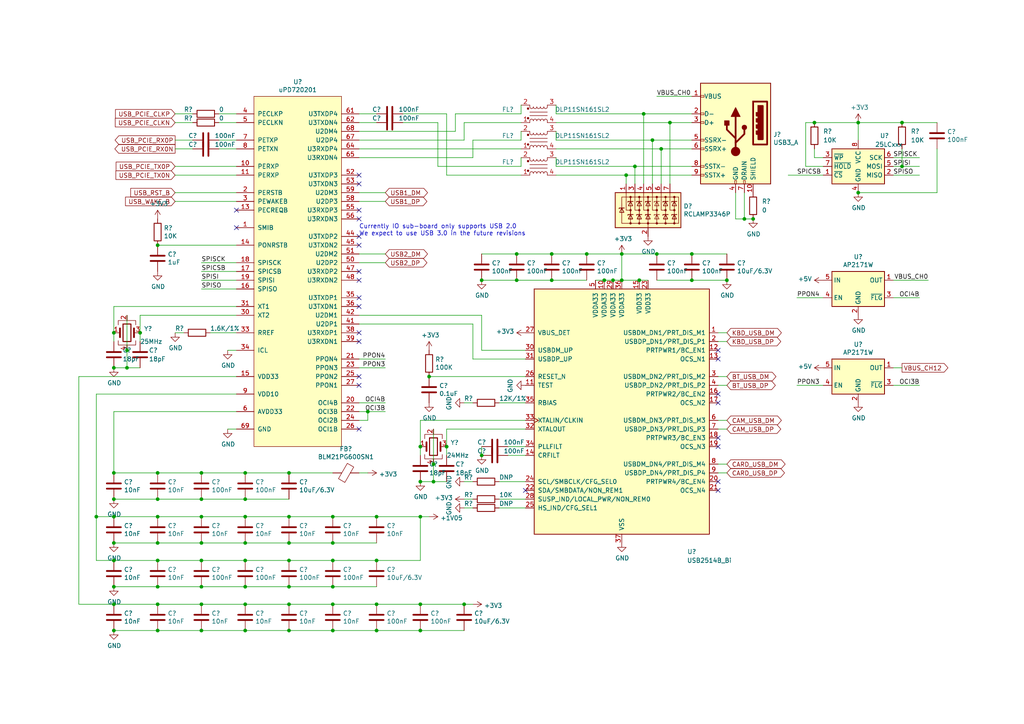
<source format=kicad_sch>
(kicad_sch (version 20201015) (generator eeschema)
  (paper "A4")
  (junction (at 27.94 149.86) (diameter 0.9144))
  (junction (at 33.02 96.52) (diameter 0.9144))
  (junction (at 33.02 106.68) (diameter 0.9144))
  (junction (at 33.02 137.16) (diameter 0.9144))
  (junction (at 33.02 144.78) (diameter 0.9144))
  (junction (at 33.02 149.86) (diameter 0.9144))
  (junction (at 33.02 157.48) (diameter 0.9144))
  (junction (at 33.02 162.56) (diameter 0.9144))
  (junction (at 33.02 170.18) (diameter 0.9144))
  (junction (at 33.02 175.26) (diameter 0.9144))
  (junction (at 33.02 182.88) (diameter 0.9144))
  (junction (at 36.83 101.6) (diameter 0.9144))
  (junction (at 36.83 106.68) (diameter 0.9144))
  (junction (at 40.64 96.52) (diameter 0.9144))
  (junction (at 45.72 71.12) (diameter 0.9144))
  (junction (at 45.72 137.16) (diameter 0.9144))
  (junction (at 45.72 144.78) (diameter 0.9144))
  (junction (at 45.72 149.86) (diameter 0.9144))
  (junction (at 45.72 157.48) (diameter 0.9144))
  (junction (at 45.72 162.56) (diameter 0.9144))
  (junction (at 45.72 170.18) (diameter 0.9144))
  (junction (at 45.72 175.26) (diameter 0.9144))
  (junction (at 45.72 182.88) (diameter 0.9144))
  (junction (at 58.42 137.16) (diameter 0.9144))
  (junction (at 58.42 144.78) (diameter 0.9144))
  (junction (at 58.42 149.86) (diameter 0.9144))
  (junction (at 58.42 157.48) (diameter 0.9144))
  (junction (at 58.42 162.56) (diameter 0.9144))
  (junction (at 58.42 170.18) (diameter 0.9144))
  (junction (at 58.42 175.26) (diameter 0.9144))
  (junction (at 58.42 182.88) (diameter 0.9144))
  (junction (at 71.12 137.16) (diameter 0.9144))
  (junction (at 71.12 144.78) (diameter 0.9144))
  (junction (at 71.12 149.86) (diameter 0.9144))
  (junction (at 71.12 157.48) (diameter 0.9144))
  (junction (at 71.12 162.56) (diameter 0.9144))
  (junction (at 71.12 170.18) (diameter 0.9144))
  (junction (at 71.12 175.26) (diameter 0.9144))
  (junction (at 71.12 182.88) (diameter 0.9144))
  (junction (at 83.82 137.16) (diameter 0.9144))
  (junction (at 83.82 149.86) (diameter 0.9144))
  (junction (at 83.82 157.48) (diameter 0.9144))
  (junction (at 83.82 162.56) (diameter 0.9144))
  (junction (at 83.82 170.18) (diameter 0.9144))
  (junction (at 83.82 175.26) (diameter 0.9144))
  (junction (at 83.82 182.88) (diameter 0.9144))
  (junction (at 96.52 149.86) (diameter 0.9144))
  (junction (at 96.52 157.48) (diameter 0.9144))
  (junction (at 96.52 162.56) (diameter 0.9144))
  (junction (at 96.52 170.18) (diameter 0.9144))
  (junction (at 96.52 175.26) (diameter 0.9144))
  (junction (at 96.52 182.88) (diameter 0.9144))
  (junction (at 106.68 119.38) (diameter 0.9144))
  (junction (at 109.22 149.86) (diameter 0.9144))
  (junction (at 109.22 162.56) (diameter 0.9144))
  (junction (at 109.22 175.26) (diameter 0.9144))
  (junction (at 109.22 182.88) (diameter 0.9144))
  (junction (at 121.92 129.54) (diameter 0.9144))
  (junction (at 121.92 139.7) (diameter 0.9144))
  (junction (at 121.92 149.86) (diameter 0.9144))
  (junction (at 121.92 175.26) (diameter 0.9144))
  (junction (at 121.92 182.88) (diameter 0.9144))
  (junction (at 124.46 109.22) (diameter 0.9144))
  (junction (at 125.73 134.62) (diameter 0.9144))
  (junction (at 125.73 139.7) (diameter 0.9144))
  (junction (at 129.54 129.54) (diameter 0.9144))
  (junction (at 134.62 175.26) (diameter 0.9144))
  (junction (at 139.7 81.28) (diameter 0.9144))
  (junction (at 139.7 132.08) (diameter 0.9144))
  (junction (at 149.86 73.66) (diameter 0.9144))
  (junction (at 149.86 81.28) (diameter 0.9144))
  (junction (at 160.02 73.66) (diameter 0.9144))
  (junction (at 160.02 81.28) (diameter 0.9144))
  (junction (at 170.18 73.66) (diameter 0.9144))
  (junction (at 175.26 81.28) (diameter 0.9144))
  (junction (at 177.8 81.28) (diameter 0.9144))
  (junction (at 180.34 73.66) (diameter 0.9144))
  (junction (at 180.34 81.28) (diameter 0.9144))
  (junction (at 181.61 50.8) (diameter 0.9144))
  (junction (at 184.15 48.26) (diameter 0.9144))
  (junction (at 185.42 81.28) (diameter 0.9144))
  (junction (at 186.69 33.02) (diameter 0.9144))
  (junction (at 189.23 40.64) (diameter 0.9144))
  (junction (at 190.5 73.66) (diameter 0.9144))
  (junction (at 191.77 43.18) (diameter 0.9144))
  (junction (at 194.31 35.56) (diameter 0.9144))
  (junction (at 200.66 73.66) (diameter 0.9144))
  (junction (at 200.66 81.28) (diameter 0.9144))
  (junction (at 210.82 81.28) (diameter 0.9144))
  (junction (at 215.9 63.5) (diameter 0.9144))
  (junction (at 218.44 63.5) (diameter 0.9144))
  (junction (at 236.22 35.56) (diameter 0.9144))
  (junction (at 248.92 35.56) (diameter 0.9144))
  (junction (at 248.92 55.88) (diameter 0.9144))
  (junction (at 261.62 35.56) (diameter 0.9144))
  (junction (at 261.62 48.26) (diameter 0.9144))
  (no_connect (at 68.58 60.96))
  (no_connect (at 68.58 66.04))
  (no_connect (at 104.14 50.8))
  (no_connect (at 104.14 53.34))
  (no_connect (at 104.14 60.96))
  (no_connect (at 104.14 63.5))
  (no_connect (at 104.14 68.58))
  (no_connect (at 104.14 71.12))
  (no_connect (at 104.14 78.74))
  (no_connect (at 104.14 81.28))
  (no_connect (at 104.14 86.36))
  (no_connect (at 104.14 88.9))
  (no_connect (at 104.14 96.52))
  (no_connect (at 104.14 99.06))
  (no_connect (at 104.14 109.22))
  (no_connect (at 104.14 111.76))
  (no_connect (at 104.14 124.46))
  (no_connect (at 152.4 142.24))
  (no_connect (at 208.28 101.6))
  (no_connect (at 208.28 104.14))
  (no_connect (at 208.28 114.3))
  (no_connect (at 208.28 116.84))
  (no_connect (at 208.28 127))
  (no_connect (at 208.28 129.54))
  (no_connect (at 208.28 139.7))
  (no_connect (at 208.28 142.24))
  (wire (pts (xy 22.86 109.22) (xy 22.86 175.26)))
  (wire (pts (xy 22.86 175.26) (xy 33.02 175.26)))
  (wire (pts (xy 27.94 114.3) (xy 27.94 149.86)))
  (wire (pts (xy 27.94 149.86) (xy 33.02 149.86)))
  (wire (pts (xy 27.94 162.56) (xy 27.94 149.86)))
  (wire (pts (xy 33.02 88.9) (xy 33.02 96.52)))
  (wire (pts (xy 33.02 99.06) (xy 33.02 96.52)))
  (wire (pts (xy 33.02 106.68) (xy 36.83 106.68)))
  (wire (pts (xy 33.02 119.38) (xy 33.02 137.16)))
  (wire (pts (xy 33.02 149.86) (xy 45.72 149.86)))
  (wire (pts (xy 33.02 157.48) (xy 45.72 157.48)))
  (wire (pts (xy 33.02 162.56) (xy 27.94 162.56)))
  (wire (pts (xy 33.02 170.18) (xy 45.72 170.18)))
  (wire (pts (xy 33.02 175.26) (xy 45.72 175.26)))
  (wire (pts (xy 33.02 182.88) (xy 45.72 182.88)))
  (wire (pts (xy 36.83 91.44) (xy 36.83 101.6)))
  (wire (pts (xy 36.83 101.6) (xy 36.83 106.68)))
  (wire (pts (xy 36.83 106.68) (xy 40.64 106.68)))
  (wire (pts (xy 40.64 91.44) (xy 68.58 91.44)))
  (wire (pts (xy 40.64 96.52) (xy 40.64 91.44)))
  (wire (pts (xy 40.64 99.06) (xy 40.64 96.52)))
  (wire (pts (xy 45.72 137.16) (xy 33.02 137.16)))
  (wire (pts (xy 45.72 144.78) (xy 33.02 144.78)))
  (wire (pts (xy 45.72 149.86) (xy 58.42 149.86)))
  (wire (pts (xy 45.72 157.48) (xy 58.42 157.48)))
  (wire (pts (xy 45.72 162.56) (xy 33.02 162.56)))
  (wire (pts (xy 45.72 170.18) (xy 58.42 170.18)))
  (wire (pts (xy 45.72 175.26) (xy 58.42 175.26)))
  (wire (pts (xy 45.72 182.88) (xy 58.42 182.88)))
  (wire (pts (xy 50.8 33.02) (xy 55.88 33.02)))
  (wire (pts (xy 50.8 35.56) (xy 55.88 35.56)))
  (wire (pts (xy 50.8 40.64) (xy 55.88 40.64)))
  (wire (pts (xy 50.8 43.18) (xy 55.88 43.18)))
  (wire (pts (xy 50.8 48.26) (xy 68.58 48.26)))
  (wire (pts (xy 50.8 50.8) (xy 68.58 50.8)))
  (wire (pts (xy 50.8 55.88) (xy 68.58 55.88)))
  (wire (pts (xy 50.8 58.42) (xy 68.58 58.42)))
  (wire (pts (xy 53.34 96.52) (xy 50.8 96.52)))
  (wire (pts (xy 58.42 76.2) (xy 68.58 76.2)))
  (wire (pts (xy 58.42 78.74) (xy 68.58 78.74)))
  (wire (pts (xy 58.42 81.28) (xy 68.58 81.28)))
  (wire (pts (xy 58.42 83.82) (xy 68.58 83.82)))
  (wire (pts (xy 58.42 137.16) (xy 45.72 137.16)))
  (wire (pts (xy 58.42 137.16) (xy 71.12 137.16)))
  (wire (pts (xy 58.42 144.78) (xy 45.72 144.78)))
  (wire (pts (xy 58.42 149.86) (xy 71.12 149.86)))
  (wire (pts (xy 58.42 157.48) (xy 71.12 157.48)))
  (wire (pts (xy 58.42 162.56) (xy 45.72 162.56)))
  (wire (pts (xy 58.42 170.18) (xy 71.12 170.18)))
  (wire (pts (xy 58.42 175.26) (xy 71.12 175.26)))
  (wire (pts (xy 58.42 182.88) (xy 71.12 182.88)))
  (wire (pts (xy 60.96 96.52) (xy 68.58 96.52)))
  (wire (pts (xy 63.5 33.02) (xy 68.58 33.02)))
  (wire (pts (xy 63.5 35.56) (xy 68.58 35.56)))
  (wire (pts (xy 63.5 40.64) (xy 68.58 40.64)))
  (wire (pts (xy 63.5 43.18) (xy 68.58 43.18)))
  (wire (pts (xy 68.58 71.12) (xy 45.72 71.12)))
  (wire (pts (xy 68.58 88.9) (xy 33.02 88.9)))
  (wire (pts (xy 68.58 101.6) (xy 66.04 101.6)))
  (wire (pts (xy 68.58 109.22) (xy 22.86 109.22)))
  (wire (pts (xy 68.58 114.3) (xy 27.94 114.3)))
  (wire (pts (xy 68.58 119.38) (xy 33.02 119.38)))
  (wire (pts (xy 68.58 124.46) (xy 66.04 124.46)))
  (wire (pts (xy 71.12 137.16) (xy 83.82 137.16)))
  (wire (pts (xy 71.12 144.78) (xy 58.42 144.78)))
  (wire (pts (xy 71.12 144.78) (xy 83.82 144.78)))
  (wire (pts (xy 71.12 149.86) (xy 83.82 149.86)))
  (wire (pts (xy 71.12 157.48) (xy 83.82 157.48)))
  (wire (pts (xy 71.12 162.56) (xy 58.42 162.56)))
  (wire (pts (xy 71.12 170.18) (xy 83.82 170.18)))
  (wire (pts (xy 71.12 175.26) (xy 83.82 175.26)))
  (wire (pts (xy 71.12 182.88) (xy 83.82 182.88)))
  (wire (pts (xy 83.82 149.86) (xy 96.52 149.86)))
  (wire (pts (xy 83.82 157.48) (xy 96.52 157.48)))
  (wire (pts (xy 83.82 162.56) (xy 71.12 162.56)))
  (wire (pts (xy 83.82 170.18) (xy 96.52 170.18)))
  (wire (pts (xy 83.82 175.26) (xy 96.52 175.26)))
  (wire (pts (xy 83.82 182.88) (xy 96.52 182.88)))
  (wire (pts (xy 96.52 137.16) (xy 83.82 137.16)))
  (wire (pts (xy 96.52 162.56) (xy 83.82 162.56)))
  (wire (pts (xy 104.14 33.02) (xy 109.22 33.02)))
  (wire (pts (xy 104.14 35.56) (xy 109.22 35.56)))
  (wire (pts (xy 104.14 38.1) (xy 132.08 38.1)))
  (wire (pts (xy 104.14 43.18) (xy 151.13 43.18)))
  (wire (pts (xy 104.14 55.88) (xy 111.76 55.88)))
  (wire (pts (xy 104.14 58.42) (xy 111.76 58.42)))
  (wire (pts (xy 104.14 73.66) (xy 111.76 73.66)))
  (wire (pts (xy 104.14 76.2) (xy 111.76 76.2)))
  (wire (pts (xy 104.14 91.44) (xy 139.7 91.44)))
  (wire (pts (xy 104.14 93.98) (xy 137.16 93.98)))
  (wire (pts (xy 104.14 121.92) (xy 106.68 121.92)))
  (wire (pts (xy 106.68 119.38) (xy 104.14 119.38)))
  (wire (pts (xy 106.68 121.92) (xy 106.68 119.38)))
  (wire (pts (xy 106.68 137.16) (xy 104.14 137.16)))
  (wire (pts (xy 109.22 149.86) (xy 96.52 149.86)))
  (wire (pts (xy 109.22 149.86) (xy 121.92 149.86)))
  (wire (pts (xy 109.22 157.48) (xy 96.52 157.48)))
  (wire (pts (xy 109.22 162.56) (xy 96.52 162.56)))
  (wire (pts (xy 109.22 162.56) (xy 121.92 162.56)))
  (wire (pts (xy 109.22 170.18) (xy 96.52 170.18)))
  (wire (pts (xy 109.22 175.26) (xy 96.52 175.26)))
  (wire (pts (xy 109.22 182.88) (xy 96.52 182.88)))
  (wire (pts (xy 111.76 104.14) (xy 104.14 104.14)))
  (wire (pts (xy 111.76 106.68) (xy 104.14 106.68)))
  (wire (pts (xy 111.76 116.84) (xy 104.14 116.84)))
  (wire (pts (xy 111.76 119.38) (xy 106.68 119.38)))
  (wire (pts (xy 116.84 33.02) (xy 129.54 33.02)))
  (wire (pts (xy 121.92 121.92) (xy 121.92 129.54)))
  (wire (pts (xy 121.92 132.08) (xy 121.92 129.54)))
  (wire (pts (xy 121.92 139.7) (xy 125.73 139.7)))
  (wire (pts (xy 121.92 162.56) (xy 121.92 149.86)))
  (wire (pts (xy 121.92 175.26) (xy 109.22 175.26)))
  (wire (pts (xy 121.92 182.88) (xy 109.22 182.88)))
  (wire (pts (xy 124.46 109.22) (xy 152.4 109.22)))
  (wire (pts (xy 124.46 149.86) (xy 121.92 149.86)))
  (wire (pts (xy 125.73 124.46) (xy 125.73 134.62)))
  (wire (pts (xy 125.73 134.62) (xy 125.73 139.7)))
  (wire (pts (xy 125.73 139.7) (xy 129.54 139.7)))
  (wire (pts (xy 127 35.56) (xy 116.84 35.56)))
  (wire (pts (xy 127 48.26) (xy 127 35.56)))
  (wire (pts (xy 127 48.26) (xy 151.13 48.26)))
  (wire (pts (xy 129.54 33.02) (xy 129.54 50.8)))
  (wire (pts (xy 129.54 50.8) (xy 151.13 50.8)))
  (wire (pts (xy 129.54 124.46) (xy 152.4 124.46)))
  (wire (pts (xy 129.54 129.54) (xy 129.54 124.46)))
  (wire (pts (xy 129.54 132.08) (xy 129.54 129.54)))
  (wire (pts (xy 132.08 33.02) (xy 151.13 33.02)))
  (wire (pts (xy 132.08 38.1) (xy 132.08 33.02)))
  (wire (pts (xy 134.62 35.56) (xy 134.62 40.64)))
  (wire (pts (xy 134.62 35.56) (xy 151.13 35.56)))
  (wire (pts (xy 134.62 40.64) (xy 104.14 40.64)))
  (wire (pts (xy 134.62 175.26) (xy 121.92 175.26)))
  (wire (pts (xy 134.62 182.88) (xy 121.92 182.88)))
  (wire (pts (xy 137.16 40.64) (xy 137.16 45.72)))
  (wire (pts (xy 137.16 40.64) (xy 151.13 40.64)))
  (wire (pts (xy 137.16 45.72) (xy 104.14 45.72)))
  (wire (pts (xy 137.16 93.98) (xy 137.16 104.14)))
  (wire (pts (xy 137.16 104.14) (xy 152.4 104.14)))
  (wire (pts (xy 137.16 116.84) (xy 134.62 116.84)))
  (wire (pts (xy 137.16 139.7) (xy 134.62 139.7)))
  (wire (pts (xy 137.16 144.78) (xy 134.62 144.78)))
  (wire (pts (xy 137.16 147.32) (xy 134.62 147.32)))
  (wire (pts (xy 137.16 175.26) (xy 134.62 175.26)))
  (wire (pts (xy 139.7 101.6) (xy 139.7 91.44)))
  (wire (pts (xy 139.7 129.54) (xy 139.7 132.08)))
  (wire (pts (xy 144.78 116.84) (xy 152.4 116.84)))
  (wire (pts (xy 144.78 139.7) (xy 152.4 139.7)))
  (wire (pts (xy 144.78 144.78) (xy 152.4 144.78)))
  (wire (pts (xy 144.78 147.32) (xy 152.4 147.32)))
  (wire (pts (xy 147.32 129.54) (xy 152.4 129.54)))
  (wire (pts (xy 147.32 132.08) (xy 152.4 132.08)))
  (wire (pts (xy 149.86 73.66) (xy 139.7 73.66)))
  (wire (pts (xy 149.86 81.28) (xy 139.7 81.28)))
  (wire (pts (xy 151.13 30.48) (xy 151.13 33.02)))
  (wire (pts (xy 151.13 40.64) (xy 151.13 38.1)))
  (wire (pts (xy 151.13 48.26) (xy 151.13 45.72)))
  (wire (pts (xy 152.4 101.6) (xy 139.7 101.6)))
  (wire (pts (xy 152.4 121.92) (xy 121.92 121.92)))
  (wire (pts (xy 160.02 73.66) (xy 149.86 73.66)))
  (wire (pts (xy 160.02 81.28) (xy 149.86 81.28)))
  (wire (pts (xy 161.29 33.02) (xy 161.29 30.48)))
  (wire (pts (xy 161.29 33.02) (xy 186.69 33.02)))
  (wire (pts (xy 161.29 35.56) (xy 194.31 35.56)))
  (wire (pts (xy 161.29 40.64) (xy 161.29 38.1)))
  (wire (pts (xy 161.29 40.64) (xy 189.23 40.64)))
  (wire (pts (xy 161.29 43.18) (xy 191.77 43.18)))
  (wire (pts (xy 161.29 48.26) (xy 161.29 45.72)))
  (wire (pts (xy 161.29 48.26) (xy 184.15 48.26)))
  (wire (pts (xy 161.29 50.8) (xy 181.61 50.8)))
  (wire (pts (xy 170.18 73.66) (xy 160.02 73.66)))
  (wire (pts (xy 170.18 73.66) (xy 180.34 73.66)))
  (wire (pts (xy 170.18 81.28) (xy 160.02 81.28)))
  (wire (pts (xy 175.26 81.28) (xy 172.72 81.28)))
  (wire (pts (xy 177.8 81.28) (xy 175.26 81.28)))
  (wire (pts (xy 177.8 81.28) (xy 180.34 81.28)))
  (wire (pts (xy 180.34 81.28) (xy 180.34 73.66)))
  (wire (pts (xy 180.34 81.28) (xy 185.42 81.28)))
  (wire (pts (xy 181.61 50.8) (xy 200.66 50.8)))
  (wire (pts (xy 181.61 53.34) (xy 181.61 50.8)))
  (wire (pts (xy 184.15 48.26) (xy 184.15 53.34)))
  (wire (pts (xy 184.15 48.26) (xy 200.66 48.26)))
  (wire (pts (xy 185.42 81.28) (xy 187.96 81.28)))
  (wire (pts (xy 186.69 33.02) (xy 186.69 53.34)))
  (wire (pts (xy 186.69 33.02) (xy 200.66 33.02)))
  (wire (pts (xy 189.23 40.64) (xy 200.66 40.64)))
  (wire (pts (xy 189.23 53.34) (xy 189.23 40.64)))
  (wire (pts (xy 190.5 73.66) (xy 180.34 73.66)))
  (wire (pts (xy 190.5 81.28) (xy 200.66 81.28)))
  (wire (pts (xy 191.77 43.18) (xy 200.66 43.18)))
  (wire (pts (xy 191.77 53.34) (xy 191.77 43.18)))
  (wire (pts (xy 194.31 35.56) (xy 194.31 53.34)))
  (wire (pts (xy 194.31 35.56) (xy 200.66 35.56)))
  (wire (pts (xy 200.66 27.94) (xy 190.5 27.94)))
  (wire (pts (xy 200.66 73.66) (xy 190.5 73.66)))
  (wire (pts (xy 200.66 81.28) (xy 210.82 81.28)))
  (wire (pts (xy 210.82 73.66) (xy 200.66 73.66)))
  (wire (pts (xy 210.82 96.52) (xy 208.28 96.52)))
  (wire (pts (xy 210.82 99.06) (xy 208.28 99.06)))
  (wire (pts (xy 210.82 109.22) (xy 208.28 109.22)))
  (wire (pts (xy 210.82 111.76) (xy 208.28 111.76)))
  (wire (pts (xy 210.82 121.92) (xy 208.28 121.92)))
  (wire (pts (xy 210.82 124.46) (xy 208.28 124.46)))
  (wire (pts (xy 210.82 134.62) (xy 208.28 134.62)))
  (wire (pts (xy 210.82 137.16) (xy 208.28 137.16)))
  (wire (pts (xy 213.36 55.88) (xy 213.36 63.5)))
  (wire (pts (xy 213.36 63.5) (xy 215.9 63.5)))
  (wire (pts (xy 215.9 55.88) (xy 215.9 63.5)))
  (wire (pts (xy 215.9 63.5) (xy 218.44 63.5)))
  (wire (pts (xy 228.6 50.8) (xy 238.76 50.8)))
  (wire (pts (xy 231.14 86.36) (xy 238.76 86.36)))
  (wire (pts (xy 231.14 111.76) (xy 238.76 111.76)))
  (wire (pts (xy 233.68 35.56) (xy 233.68 48.26)))
  (wire (pts (xy 233.68 35.56) (xy 236.22 35.56)))
  (wire (pts (xy 233.68 48.26) (xy 238.76 48.26)))
  (wire (pts (xy 236.22 35.56) (xy 248.92 35.56)))
  (wire (pts (xy 236.22 45.72) (xy 236.22 43.18)))
  (wire (pts (xy 238.76 45.72) (xy 236.22 45.72)))
  (wire (pts (xy 248.92 35.56) (xy 248.92 40.64)))
  (wire (pts (xy 248.92 35.56) (xy 261.62 35.56)))
  (wire (pts (xy 259.08 48.26) (xy 261.62 48.26)))
  (wire (pts (xy 261.62 35.56) (xy 271.78 35.56)))
  (wire (pts (xy 261.62 48.26) (xy 261.62 43.18)))
  (wire (pts (xy 261.62 106.68) (xy 259.08 106.68)))
  (wire (pts (xy 266.7 45.72) (xy 259.08 45.72)))
  (wire (pts (xy 266.7 48.26) (xy 261.62 48.26)))
  (wire (pts (xy 266.7 50.8) (xy 259.08 50.8)))
  (wire (pts (xy 266.7 86.36) (xy 259.08 86.36)))
  (wire (pts (xy 266.7 111.76) (xy 259.08 111.76)))
  (wire (pts (xy 269.24 81.28) (xy 259.08 81.28)))
  (wire (pts (xy 271.78 43.18) (xy 271.78 55.88)))
  (wire (pts (xy 271.78 55.88) (xy 248.92 55.88)))
  (text "Currently IO sub-board only supports USB 2.0\nWe expect to use USB 3.0 in the future revisions" (at 104.14 68.58 0) (effects (font (size 1.27 1.27)) (justify left bottom)))
  (label "SPISCK" (at 58.42 76.2 0))
  (label "SPICSB" (at 58.42 78.74 0))
  (label "SPISI" (at 58.42 81.28 0))
  (label "SPISO" (at 58.42 83.82 0))
  (label "PPON4" (at 111.76 104.14 180))
  (label "PPON3" (at 111.76 106.68 180))
  (label "OCI4B" (at 111.76 116.84 180))
  (label "OCI3B" (at 111.76 119.38 180))
  (label "VBUS_CH0" (at 190.5 27.94 0))
  (label "SPICSB" (at 231.14 50.8 0))
  (label "PPON4" (at 231.14 86.36 0))
  (label "PPON3" (at 231.14 111.76 0))
  (label "SPISCK" (at 259.08 45.72 0))
  (label "SPISI" (at 259.08 48.26 0))
  (label "SPISO" (at 259.08 50.8 0))
  (label "OCI4B" (at 266.7 86.36 180))
  (label "OCI3B" (at 266.7 111.76 180))
  (label "VBUS_CH0" (at 269.24 81.28 180))
  (global_label "USB_PCIE_CLKP" (shape input) (at 50.8 33.02 180) (property "Intersheet References" "${INTERSHEET_REFS}" (effects hide)))
  (global_label "USB_PCIE_CLKN" (shape input) (at 50.8 35.56 180) (property "Intersheet References" "${INTERSHEET_REFS}" (effects hide)))
  (global_label "USB_PCIE_RX0P" (shape output) (at 50.8 40.64 180) (property "Intersheet References" "${INTERSHEET_REFS}" (effects hide)))
  (global_label "USB_PCIE_RX0N" (shape output) (at 50.8 43.18 180) (property "Intersheet References" "${INTERSHEET_REFS}" (effects hide)))
  (global_label "USB_PCIE_TX0P" (shape input) (at 50.8 48.26 180) (property "Intersheet References" "${INTERSHEET_REFS}" (effects hide)))
  (global_label "USB_PCIE_TX0N" (shape input) (at 50.8 50.8 180) (property "Intersheet References" "${INTERSHEET_REFS}" (effects hide)))
  (global_label "USB_RST_B" (shape input) (at 50.8 55.88 180) (property "Intersheet References" "${INTERSHEET_REFS}" (effects hide)))
  (global_label "USB_WAKE_B" (shape input) (at 50.8 58.42 180) (property "Intersheet References" "${INTERSHEET_REFS}" (effects hide)))
  (global_label "USB1_DM" (shape bidirectional) (at 111.76 55.88 0) (property "Intersheet References" "${INTERSHEET_REFS}" (effects hide)))
  (global_label "USB1_DP" (shape bidirectional) (at 111.76 58.42 0) (property "Intersheet References" "${INTERSHEET_REFS}" (effects hide)))
  (global_label "USB2_DM" (shape bidirectional) (at 111.76 73.66 0) (property "Intersheet References" "${INTERSHEET_REFS}" (effects hide)))
  (global_label "USB2_DP" (shape bidirectional) (at 111.76 76.2 0) (property "Intersheet References" "${INTERSHEET_REFS}" (effects hide)))
  (global_label "KBD_USB_DM" (shape bidirectional) (at 210.82 96.52 0) (property "Intersheet References" "${INTERSHEET_REFS}" (effects hide)))
  (global_label "KBD_USB_DP" (shape bidirectional) (at 210.82 99.06 0) (property "Intersheet References" "${INTERSHEET_REFS}" (effects hide)))
  (global_label "BT_USB_DM" (shape bidirectional) (at 210.82 109.22 0) (property "Intersheet References" "${INTERSHEET_REFS}" (effects hide)))
  (global_label "BT_USB_DP" (shape bidirectional) (at 210.82 111.76 0) (property "Intersheet References" "${INTERSHEET_REFS}" (effects hide)))
  (global_label "CAM_USB_DM" (shape bidirectional) (at 210.82 121.92 0) (property "Intersheet References" "${INTERSHEET_REFS}" (effects hide)))
  (global_label "CAM_USB_DP" (shape bidirectional) (at 210.82 124.46 0) (property "Intersheet References" "${INTERSHEET_REFS}" (effects hide)))
  (global_label "CARD_USB_DM" (shape bidirectional) (at 210.82 134.62 0) (property "Intersheet References" "${INTERSHEET_REFS}" (effects hide)))
  (global_label "CARD_USB_DP" (shape bidirectional) (at 210.82 137.16 0) (property "Intersheet References" "${INTERSHEET_REFS}" (effects hide)))
  (global_label "VBUS_CH12" (shape output) (at 261.62 106.68 0) (property "Intersheet References" "${INTERSHEET_REFS}" (effects hide)))
  (symbol (lib_id "power:+3V3") (at 45.72 63.5 0) (unit 1)
    (property "Reference" "#PWR?" (effects hide))
    (property "Value" "+3V3" (at 46.101 59.1058 0))
  )
  (symbol (lib_id "power:+3V3") (at 106.68 137.16 270) (unit 1)
    (property "Reference" "#PWR?" (effects hide))
    (property "Value" "+3V3" (at 109.9312 137.541 90) (effects (justify left)))
  )
  (symbol (lib_id "power:+3V3") (at 124.46 101.6 0) (unit 1)
    (property "Reference" "#PWR?" (effects hide))
    (property "Value" "+3V3" (at 124.841 97.2058 0))
  )
  (symbol (lib_id "symbols:+1V05") (at 124.46 149.86 270) (unit 1)
    (property "Reference" "#PWR?" (effects hide))
    (property "Value" "+1V05" (at 127.7112 150.241 90) (effects (justify left)))
  )
  (symbol (lib_id "power:+3V3") (at 134.62 144.78 90) (unit 1)
    (property "Reference" "#PWR?" (effects hide))
    (property "Value" "+3V3" (at 131.3688 144.399 90) (effects (justify left)))
  )
  (symbol (lib_id "power:+3V3") (at 137.16 175.26 270) (unit 1)
    (property "Reference" "#PWR?" (effects hide))
    (property "Value" "+3V3" (at 140.4112 175.641 90) (effects (justify left)))
  )
  (symbol (lib_id "power:+3V3") (at 152.4 96.52 90) (unit 1)
    (property "Reference" "#PWR?" (effects hide))
    (property "Value" "+3V3" (at 149.1488 96.139 90) (effects (justify left)))
  )
  (symbol (lib_id "power:+3V3") (at 180.34 73.66 0) (unit 1)
    (property "Reference" "#PWR?" (effects hide))
    (property "Value" "+3V3" (at 180.721 69.2658 0))
  )
  (symbol (lib_id "power:+5V") (at 238.76 81.28 90) (unit 1)
    (property "Reference" "#PWR?" (effects hide))
    (property "Value" "+5V" (at 235.5088 80.899 90) (effects (justify left)))
  )
  (symbol (lib_id "power:+5V") (at 238.76 106.68 90) (unit 1)
    (property "Reference" "#PWR?" (effects hide))
    (property "Value" "+5V" (at 235.5088 106.299 90) (effects (justify left)))
  )
  (symbol (lib_id "power:+3V3") (at 248.92 35.56 0) (unit 1)
    (property "Reference" "#PWR?" (effects hide))
    (property "Value" "+3V3" (at 249.301 31.1658 0))
  )
  (symbol (lib_id "power:GND") (at 33.02 106.68 0) (unit 1)
    (property "Reference" "#PWR?" (effects hide))
    (property "Value" "GND" (at 33.147 111.0742 0))
  )
  (symbol (lib_id "power:GND") (at 33.02 144.78 0) (unit 1)
    (property "Reference" "#PWR?" (effects hide))
    (property "Value" "GND" (at 33.147 149.1742 0))
  )
  (symbol (lib_id "power:GND") (at 33.02 157.48 0) (unit 1)
    (property "Reference" "#PWR?" (effects hide))
    (property "Value" "GND" (at 33.147 161.8742 0))
  )
  (symbol (lib_id "power:GND") (at 33.02 170.18 0) (unit 1)
    (property "Reference" "#PWR?" (effects hide))
    (property "Value" "GND" (at 33.147 174.5742 0))
  )
  (symbol (lib_id "power:GND") (at 33.02 182.88 0) (unit 1)
    (property "Reference" "#PWR?" (effects hide))
    (property "Value" "GND" (at 33.147 187.2742 0))
  )
  (symbol (lib_id "power:GND") (at 45.72 78.74 0) (unit 1)
    (property "Reference" "#PWR?" (effects hide))
    (property "Value" "GND" (at 45.847 83.1342 0))
  )
  (symbol (lib_id "power:GND") (at 50.8 96.52 0) (unit 1)
    (property "Reference" "#PWR?" (effects hide))
    (property "Value" "GND" (at 50.927 100.9142 0))
  )
  (symbol (lib_id "power:GND") (at 66.04 101.6 0) (unit 1)
    (property "Reference" "#PWR?" (effects hide))
    (property "Value" "GND" (at 66.167 105.9942 0))
  )
  (symbol (lib_id "power:GND") (at 66.04 124.46 0) (unit 1)
    (property "Reference" "#PWR?" (effects hide))
    (property "Value" "GND" (at 66.167 128.8542 0))
  )
  (symbol (lib_id "power:GND") (at 121.92 139.7 0) (unit 1)
    (property "Reference" "#PWR?" (effects hide))
    (property "Value" "GND" (at 122.047 144.0942 0))
  )
  (symbol (lib_id "power:GND") (at 124.46 116.84 0) (unit 1)
    (property "Reference" "#PWR?" (effects hide))
    (property "Value" "GND" (at 124.587 121.2342 0))
  )
  (symbol (lib_id "power:GND") (at 134.62 116.84 270) (unit 1)
    (property "Reference" "#PWR?" (effects hide))
    (property "Value" "GND" (at 130.2258 116.967 0))
  )
  (symbol (lib_id "power:GND") (at 134.62 139.7 270) (unit 1)
    (property "Reference" "#PWR?" (effects hide))
    (property "Value" "GND" (at 130.2258 139.827 0))
  )
  (symbol (lib_id "power:GND") (at 134.62 147.32 270) (unit 1)
    (property "Reference" "#PWR?" (effects hide))
    (property "Value" "GND" (at 130.2258 147.447 0))
  )
  (symbol (lib_id "power:GND") (at 139.7 81.28 0) (unit 1)
    (property "Reference" "#PWR?" (effects hide))
    (property "Value" "GND" (at 139.827 85.6742 0))
  )
  (symbol (lib_id "power:GND") (at 139.7 132.08 0) (unit 1)
    (property "Reference" "#PWR?" (effects hide))
    (property "Value" "GND" (at 139.827 136.4742 0))
  )
  (symbol (lib_id "power:GND") (at 152.4 111.76 270) (unit 1)
    (property "Reference" "#PWR?" (effects hide))
    (property "Value" "GND" (at 148.0058 111.887 0))
  )
  (symbol (lib_id "power:GND") (at 180.34 157.48 0) (unit 1)
    (property "Reference" "#PWR?" (effects hide))
    (property "Value" "GND" (at 180.467 161.8742 0))
  )
  (symbol (lib_id "power:GND") (at 187.96 68.58 0) (unit 1)
    (property "Reference" "#PWR?" (effects hide))
    (property "Value" "GND" (at 188.087 72.9742 0))
  )
  (symbol (lib_id "power:GND") (at 210.82 81.28 0) (unit 1)
    (property "Reference" "#PWR?" (effects hide))
    (property "Value" "GND" (at 210.947 85.6742 0))
  )
  (symbol (lib_id "power:GND") (at 218.44 63.5 0) (unit 1)
    (property "Reference" "#PWR?" (effects hide))
    (property "Value" "GND" (at 218.567 67.8942 0))
  )
  (symbol (lib_id "power:GND") (at 248.92 55.88 0) (unit 1)
    (property "Reference" "#PWR?" (effects hide))
    (property "Value" "GND" (at 249.047 60.2742 0))
  )
  (symbol (lib_id "power:GND") (at 248.92 91.44 0) (unit 1)
    (property "Reference" "#PWR?" (effects hide))
    (property "Value" "GND" (at 249.047 95.8342 0))
  )
  (symbol (lib_id "power:GND") (at 248.92 116.84 0) (unit 1)
    (property "Reference" "#PWR?" (effects hide))
    (property "Value" "GND" (at 249.047 121.2342 0))
  )
  (symbol (lib_id "Device:R") (at 45.72 67.31 0) (unit 1)
    (property "Reference" "R?" (at 47.498 66.1416 0) (effects (justify left)))
    (property "Value" "10K" (at 47.498 68.453 0) (effects (justify left)))
  )
  (symbol (lib_id "Device:R") (at 57.15 96.52 270) (mirror x) (unit 1)
    (property "Reference" "R?" (at 50.8 95.25 90) (effects (justify left)))
    (property "Value" "1.6K/1%" (at 60.96 95.25 90) (effects (justify left)))
    (property "Footprint" "Resistor_SMD:R_0603_1608Metric" (effects hide))
  )
  (symbol (lib_id "Device:R") (at 59.69 33.02 270) (unit 1)
    (property "Reference" "R?" (at 53.34 31.75 90) (effects (justify left)))
    (property "Value" "0" (at 63.5 31.75 90) (effects (justify left)))
    (property "Footprint" "Resistor_SMD:R_0603_1608Metric" (effects hide))
  )
  (symbol (lib_id "Device:R") (at 59.69 35.56 270) (unit 1)
    (property "Reference" "R?" (at 53.34 34.29 90) (effects (justify left)))
    (property "Value" "0" (at 63.5 34.29 90) (effects (justify left)))
    (property "Footprint" "Resistor_SMD:R_0603_1608Metric" (effects hide))
  )
  (symbol (lib_id "Device:R") (at 124.46 105.41 0) (unit 1)
    (property "Reference" "R?" (at 126.238 104.2416 0) (effects (justify left)))
    (property "Value" "100K" (at 126.238 106.553 0) (effects (justify left)))
  )
  (symbol (lib_id "Device:R") (at 140.97 116.84 270) (mirror x) (unit 1)
    (property "Reference" "R?" (at 134.62 115.57 90) (effects (justify left)))
    (property "Value" "12K/1%" (at 144.78 115.57 90) (effects (justify left)))
    (property "Footprint" "Resistor_SMD:R_0603_1608Metric" (effects hide))
  )
  (symbol (lib_id "Device:R") (at 140.97 139.7 270) (mirror x) (unit 1)
    (property "Reference" "R?" (at 134.62 138.43 90) (effects (justify left)))
    (property "Value" "DNP" (at 144.78 138.43 90) (effects (justify left)))
    (property "Footprint" "Resistor_SMD:R_0603_1608Metric" (effects hide))
  )
  (symbol (lib_id "Device:R") (at 140.97 144.78 270) (mirror x) (unit 1)
    (property "Reference" "R?" (at 134.62 143.51 90) (effects (justify left)))
    (property "Value" "10K" (at 144.78 143.51 90) (effects (justify left)))
    (property "Footprint" "Resistor_SMD:R_0603_1608Metric" (effects hide))
  )
  (symbol (lib_id "Device:R") (at 140.97 147.32 270) (mirror x) (unit 1)
    (property "Reference" "R?" (at 134.62 146.05 90) (effects (justify left)))
    (property "Value" "DNP" (at 144.78 146.05 90) (effects (justify left)))
    (property "Footprint" "Resistor_SMD:R_0603_1608Metric" (effects hide))
  )
  (symbol (lib_id "Device:R") (at 218.44 59.69 0) (mirror x) (unit 1)
    (property "Reference" "R?" (at 220.98 58.42 0) (effects (justify left)))
    (property "Value" "0" (at 220.98 60.96 0) (effects (justify left)))
    (property "Footprint" "Resistor_SMD:R_0603_1608Metric" (effects hide))
  )
  (symbol (lib_id "Device:R") (at 236.22 39.37 0) (mirror x) (unit 1)
    (property "Reference" "R?" (at 238.76 38.1 0) (effects (justify left)))
    (property "Value" "10K" (at 238.76 40.64 0) (effects (justify left)))
    (property "Footprint" "Resistor_SMD:R_0603_1608Metric" (effects hide))
  )
  (symbol (lib_id "Device:R") (at 261.62 39.37 0) (mirror x) (unit 1)
    (property "Reference" "R?" (at 264.16 38.1 0) (effects (justify left)))
    (property "Value" "10K" (at 264.16 40.64 0) (effects (justify left)))
    (property "Footprint" "Resistor_SMD:R_0603_1608Metric" (effects hide))
  )
  (symbol (lib_id "Device:C") (at 33.02 102.87 0) (mirror x) (unit 1)
    (property "Reference" "C?" (at 35.56 101.6 0) (effects (justify left)))
    (property "Value" "18pF" (at 35.56 104.14 0) (effects (justify left)))
    (property "Footprint" "Capacitor_SMD:C_0603_1608Metric" (effects hide))
  )
  (symbol (lib_id "Device:C") (at 33.02 140.97 0) (unit 1)
    (property "Reference" "C?" (at 35.941 139.8016 0) (effects (justify left)))
    (property "Value" "10nF" (at 35.941 142.113 0) (effects (justify left)))
  )
  (symbol (lib_id "Device:C") (at 33.02 153.67 0) (unit 1)
    (property "Reference" "C?" (at 35.941 152.5016 0) (effects (justify left)))
    (property "Value" "10nF" (at 35.941 154.813 0) (effects (justify left)))
  )
  (symbol (lib_id "Device:C") (at 33.02 166.37 0) (unit 1)
    (property "Reference" "C?" (at 35.941 165.2016 0) (effects (justify left)))
    (property "Value" "10nF" (at 35.941 167.513 0) (effects (justify left)))
  )
  (symbol (lib_id "Device:C") (at 33.02 179.07 0) (unit 1)
    (property "Reference" "C?" (at 35.941 177.9016 0) (effects (justify left)))
    (property "Value" "10nF" (at 35.941 180.213 0) (effects (justify left)))
  )
  (symbol (lib_id "Device:C") (at 40.64 102.87 0) (mirror x) (unit 1)
    (property "Reference" "C?" (at 43.18 101.6 0) (effects (justify left)))
    (property "Value" "18pF" (at 43.18 104.14 0) (effects (justify left)))
    (property "Footprint" "Capacitor_SMD:C_0603_1608Metric" (effects hide))
  )
  (symbol (lib_id "Device:C") (at 45.72 74.93 0) (unit 1)
    (property "Reference" "C?" (at 48.641 73.7616 0) (effects (justify left)))
    (property "Value" "1uF" (at 48.641 76.073 0) (effects (justify left)))
  )
  (symbol (lib_id "Device:C") (at 45.72 140.97 0) (unit 1)
    (property "Reference" "C?" (at 48.641 139.8016 0) (effects (justify left)))
    (property "Value" "10nF" (at 48.641 142.113 0) (effects (justify left)))
  )
  (symbol (lib_id "Device:C") (at 45.72 153.67 0) (unit 1)
    (property "Reference" "C?" (at 48.641 152.5016 0) (effects (justify left)))
    (property "Value" "10nF" (at 48.641 154.813 0) (effects (justify left)))
  )
  (symbol (lib_id "Device:C") (at 45.72 166.37 0) (unit 1)
    (property "Reference" "C?" (at 48.641 165.2016 0) (effects (justify left)))
    (property "Value" "10nF" (at 48.641 167.513 0) (effects (justify left)))
  )
  (symbol (lib_id "Device:C") (at 45.72 179.07 0) (unit 1)
    (property "Reference" "C?" (at 48.641 177.9016 0) (effects (justify left)))
    (property "Value" "10nF" (at 48.641 180.213 0) (effects (justify left)))
  )
  (symbol (lib_id "Device:C") (at 58.42 140.97 0) (unit 1)
    (property "Reference" "C?" (at 61.341 139.8016 0) (effects (justify left)))
    (property "Value" "100nF" (at 61.341 142.113 0) (effects (justify left)))
  )
  (symbol (lib_id "Device:C") (at 58.42 153.67 0) (unit 1)
    (property "Reference" "C?" (at 61.341 152.5016 0) (effects (justify left)))
    (property "Value" "10nF" (at 61.341 154.813 0) (effects (justify left)))
  )
  (symbol (lib_id "Device:C") (at 58.42 166.37 0) (unit 1)
    (property "Reference" "C?" (at 61.341 165.2016 0) (effects (justify left)))
    (property "Value" "100nF" (at 61.341 167.513 0) (effects (justify left)))
  )
  (symbol (lib_id "Device:C") (at 58.42 179.07 0) (unit 1)
    (property "Reference" "C?" (at 61.341 177.9016 0) (effects (justify left)))
    (property "Value" "10nF" (at 61.341 180.213 0) (effects (justify left)))
  )
  (symbol (lib_id "Device:C") (at 59.69 40.64 270) (mirror x) (unit 1)
    (property "Reference" "C?" (at 54.61 39.37 90) (effects (justify left)))
    (property "Value" "100nF" (at 62.23 39.37 90) (effects (justify left)))
    (property "Footprint" "Capacitor_SMD:C_0603_1608Metric" (effects hide))
  )
  (symbol (lib_id "Device:C") (at 59.69 43.18 270) (mirror x) (unit 1)
    (property "Reference" "C?" (at 54.61 41.91 90) (effects (justify left)))
    (property "Value" "100nF" (at 62.23 41.91 90) (effects (justify left)))
    (property "Footprint" "Capacitor_SMD:C_0603_1608Metric" (effects hide))
  )
  (symbol (lib_id "Device:C") (at 71.12 140.97 0) (unit 1)
    (property "Reference" "C?" (at 74.041 139.8016 0) (effects (justify left)))
    (property "Value" "100nF" (at 74.041 142.113 0) (effects (justify left)))
  )
  (symbol (lib_id "Device:C") (at 71.12 153.67 0) (unit 1)
    (property "Reference" "C?" (at 74.041 152.5016 0) (effects (justify left)))
    (property "Value" "10nF" (at 74.041 154.813 0) (effects (justify left)))
  )
  (symbol (lib_id "Device:C") (at 71.12 166.37 0) (unit 1)
    (property "Reference" "C?" (at 74.041 165.2016 0) (effects (justify left)))
    (property "Value" "100nF" (at 74.041 167.513 0) (effects (justify left)))
  )
  (symbol (lib_id "Device:C") (at 71.12 179.07 0) (unit 1)
    (property "Reference" "C?" (at 74.041 177.9016 0) (effects (justify left)))
    (property "Value" "10nF" (at 74.041 180.213 0) (effects (justify left)))
  )
  (symbol (lib_id "Device:C") (at 83.82 140.97 0) (unit 1)
    (property "Reference" "C?" (at 86.741 139.8016 0) (effects (justify left)))
    (property "Value" "10uF/6.3V" (at 86.741 142.113 0) (effects (justify left)))
  )
  (symbol (lib_id "Device:C") (at 83.82 153.67 0) (unit 1)
    (property "Reference" "C?" (at 86.741 152.5016 0) (effects (justify left)))
    (property "Value" "10nF" (at 86.741 154.813 0) (effects (justify left)))
  )
  (symbol (lib_id "Device:C") (at 83.82 166.37 0) (unit 1)
    (property "Reference" "C?" (at 86.741 165.2016 0) (effects (justify left)))
    (property "Value" "100nF" (at 86.741 167.513 0) (effects (justify left)))
  )
  (symbol (lib_id "Device:C") (at 83.82 179.07 0) (unit 1)
    (property "Reference" "C?" (at 86.741 177.9016 0) (effects (justify left)))
    (property "Value" "10nF" (at 86.741 180.213 0) (effects (justify left)))
  )
  (symbol (lib_id "Device:C") (at 96.52 153.67 0) (unit 1)
    (property "Reference" "C?" (at 99.441 152.5016 0) (effects (justify left)))
    (property "Value" "10nF" (at 99.441 154.813 0) (effects (justify left)))
  )
  (symbol (lib_id "Device:C") (at 96.52 166.37 0) (unit 1)
    (property "Reference" "C?" (at 99.441 165.2016 0) (effects (justify left)))
    (property "Value" "100nF" (at 99.441 167.513 0) (effects (justify left)))
  )
  (symbol (lib_id "Device:C") (at 96.52 179.07 0) (unit 1)
    (property "Reference" "C?" (at 99.441 177.9016 0) (effects (justify left)))
    (property "Value" "10nF" (at 99.441 180.213 0) (effects (justify left)))
  )
  (symbol (lib_id "Device:C") (at 109.22 153.67 0) (unit 1)
    (property "Reference" "C?" (at 112.141 152.5016 0) (effects (justify left)))
    (property "Value" "10nF" (at 112.141 154.813 0) (effects (justify left)))
  )
  (symbol (lib_id "Device:C") (at 109.22 166.37 0) (unit 1)
    (property "Reference" "C?" (at 112.141 165.2016 0) (effects (justify left)))
    (property "Value" "10uF/6.3V" (at 112.141 167.513 0) (effects (justify left)))
  )
  (symbol (lib_id "Device:C") (at 109.22 179.07 0) (unit 1)
    (property "Reference" "C?" (at 112.141 177.9016 0) (effects (justify left)))
    (property "Value" "100nF" (at 112.141 180.213 0) (effects (justify left)))
  )
  (symbol (lib_id "Device:C") (at 113.03 33.02 270) (mirror x) (unit 1)
    (property "Reference" "C?" (at 107.95 31.75 90) (effects (justify left)))
    (property "Value" "100nF" (at 115.57 31.75 90) (effects (justify left)))
    (property "Footprint" "Capacitor_SMD:C_0603_1608Metric" (effects hide))
  )
  (symbol (lib_id "Device:C") (at 113.03 35.56 270) (mirror x) (unit 1)
    (property "Reference" "C?" (at 107.95 34.29 90) (effects (justify left)))
    (property "Value" "100nF" (at 115.57 34.29 90) (effects (justify left)))
    (property "Footprint" "Capacitor_SMD:C_0603_1608Metric" (effects hide))
  )
  (symbol (lib_id "Device:C") (at 121.92 135.89 0) (mirror x) (unit 1)
    (property "Reference" "C?" (at 124.46 134.62 0) (effects (justify left)))
    (property "Value" "18pF" (at 124.46 137.16 0) (effects (justify left)))
    (property "Footprint" "Capacitor_SMD:C_0603_1608Metric" (effects hide))
  )
  (symbol (lib_id "Device:C") (at 121.92 179.07 0) (unit 1)
    (property "Reference" "C?" (at 124.841 177.9016 0) (effects (justify left)))
    (property "Value" "100nF" (at 124.841 180.213 0) (effects (justify left)))
  )
  (symbol (lib_id "Device:C") (at 124.46 113.03 0) (unit 1)
    (property "Reference" "C?" (at 127.381 111.8616 0) (effects (justify left)))
    (property "Value" "0.1uF" (at 127.381 114.173 0) (effects (justify left)))
  )
  (symbol (lib_id "Device:C") (at 129.54 135.89 0) (mirror x) (unit 1)
    (property "Reference" "C?" (at 132.08 134.62 0) (effects (justify left)))
    (property "Value" "18pF" (at 132.08 137.16 0) (effects (justify left)))
    (property "Footprint" "Capacitor_SMD:C_0603_1608Metric" (effects hide))
  )
  (symbol (lib_id "Device:C") (at 134.62 179.07 0) (unit 1)
    (property "Reference" "C?" (at 137.541 177.9016 0) (effects (justify left)))
    (property "Value" "10uF/6.3V" (at 137.541 180.213 0) (effects (justify left)))
  )
  (symbol (lib_id "Device:C") (at 139.7 77.47 0) (unit 1)
    (property "Reference" "C?" (at 142.621 76.3016 0) (effects (justify left)))
    (property "Value" "100nF" (at 142.621 78.613 0) (effects (justify left)))
  )
  (symbol (lib_id "Device:C") (at 143.51 129.54 270) (mirror x) (unit 1)
    (property "Reference" "C?" (at 138.43 128.27 90) (effects (justify left)))
    (property "Value" "100nF" (at 146.05 128.27 90) (effects (justify left)))
    (property "Footprint" "Capacitor_SMD:C_0603_1608Metric" (effects hide))
  )
  (symbol (lib_id "Device:C") (at 143.51 132.08 270) (mirror x) (unit 1)
    (property "Reference" "C?" (at 138.43 130.81 90) (effects (justify left)))
    (property "Value" "100nF" (at 146.05 130.81 90) (effects (justify left)))
    (property "Footprint" "Capacitor_SMD:C_0603_1608Metric" (effects hide))
  )
  (symbol (lib_id "Device:C") (at 149.86 77.47 0) (unit 1)
    (property "Reference" "C?" (at 152.781 76.3016 0) (effects (justify left)))
    (property "Value" "100nF" (at 152.781 78.613 0) (effects (justify left)))
  )
  (symbol (lib_id "Device:C") (at 160.02 77.47 0) (unit 1)
    (property "Reference" "C?" (at 162.941 76.3016 0) (effects (justify left)))
    (property "Value" "100nF" (at 162.941 78.613 0) (effects (justify left)))
  )
  (symbol (lib_id "Device:C") (at 170.18 77.47 0) (unit 1)
    (property "Reference" "C?" (at 173.101 76.3016 0) (effects (justify left)))
    (property "Value" "100nF" (at 173.101 78.613 0) (effects (justify left)))
  )
  (symbol (lib_id "Device:C") (at 190.5 77.47 0) (unit 1)
    (property "Reference" "C?" (at 193.421 76.3016 0) (effects (justify left)))
    (property "Value" "100nF" (at 193.421 78.613 0) (effects (justify left)))
  )
  (symbol (lib_id "Device:C") (at 200.66 77.47 0) (unit 1)
    (property "Reference" "C?" (at 203.581 76.3016 0) (effects (justify left)))
    (property "Value" "100nF" (at 203.581 78.613 0) (effects (justify left)))
  )
  (symbol (lib_id "Device:C") (at 210.82 77.47 0) (unit 1)
    (property "Reference" "C?" (at 213.741 76.3016 0) (effects (justify left)))
    (property "Value" "10uF/6.3V" (at 213.741 78.613 0) (effects (justify left)))
  )
  (symbol (lib_id "Device:C") (at 271.78 39.37 0) (unit 1)
    (property "Reference" "C?" (at 274.701 38.2016 0) (effects (justify left)))
    (property "Value" "100nF" (at 274.701 40.513 0) (effects (justify left)))
  )
  (symbol (lib_id "Device:Ferrite_Bead") (at 100.33 137.16 270) (unit 1)
    (property "Reference" "FB?" (at 100.33 130.2004 90))
    (property "Value" "BLM21PG600SN1" (at 100.33 132.5118 90))
  )
  (symbol (lib_id "Device:EMI_Filter_LL_1423") (at 156.21 33.02 0) (unit 1)
    (property "Reference" "FL?" (at 147.32 31.75 0))
    (property "Value" "DLP11SN161SL2" (at 168.91 31.75 0))
    (property "Footprint" "footprints:Filter_125100" (effects hide))
  )
  (symbol (lib_id "Device:EMI_Filter_LL_1423") (at 156.21 40.64 0) (unit 1)
    (property "Reference" "FL?" (at 147.32 39.37 0))
    (property "Value" "DLP11SN161SL2" (at 168.91 39.37 0))
    (property "Footprint" "footprints:Filter_125100" (effects hide))
  )
  (symbol (lib_id "Device:EMI_Filter_LL_1423") (at 156.21 48.26 0) (unit 1)
    (property "Reference" "FL?" (at 147.32 46.99 0))
    (property "Value" "DLP11SN161SL2" (at 168.91 46.99 0))
    (property "Footprint" "footprints:Filter_125100" (effects hide))
  )
  (symbol (lib_id "Device:Crystal_GND24") (at 36.83 96.52 0) (unit 1)
    (property "Reference" "Y?" (at 41.7576 95.3516 0) (effects (justify left)))
    (property "Value" "25MHz" (at 40.64 99.06 0) (effects (justify left)))
    (property "Footprint" "Crystal:Crystal_SMD_3225-4Pin_3.2x2.5mm" (effects hide))
  )
  (symbol (lib_id "Device:Crystal_GND24") (at 125.73 129.54 0) (unit 1)
    (property "Reference" "Y?" (at 130.6576 128.3716 0) (effects (justify left)))
    (property "Value" "24MHz" (at 129.54 132.08 0) (effects (justify left)))
    (property "Footprint" "Crystal:Crystal_SMD_3225-4Pin_3.2x2.5mm" (effects hide))
  )
  (symbol (lib_id "Power_Management:AP2171W") (at 248.92 83.82 0) (unit 1)
    (property "Reference" "U?" (at 248.92 74.4982 0))
    (property "Value" "AP2171W" (at 248.92 76.8096 0))
    (property "Footprint" "Package_TO_SOT_SMD:SOT-23-5" (effects hide))
    (property "Datasheet" "https://www.diodes.com/assets/Datasheets/AP2161.pdf" (effects hide))
  )
  (symbol (lib_id "Power_Management:AP2171W") (at 248.92 109.22 0) (unit 1)
    (property "Reference" "U?" (at 248.92 99.8982 0))
    (property "Value" "AP2171W" (at 248.92 102.2096 0))
    (property "Footprint" "Package_TO_SOT_SMD:SOT-23-5" (effects hide))
    (property "Datasheet" "https://www.diodes.com/assets/Datasheets/AP2161.pdf" (effects hide))
  )
  (symbol (lib_id "symbols:RCLAMP3346P") (at 187.96 60.96 0) (unit 1)
    (property "Reference" "D?" (at 198.247 59.7916 0) (effects (justify left)))
    (property "Value" "RCLAMP3346P" (at 198.247 62.103 0) (effects (justify left)))
    (property "Footprint" "footprints:UDFN-7_0.8x2.7mm_P0.4mm" (effects hide))
  )
  (symbol (lib_id "Memory_EEPROM:25LCxxx") (at 248.92 48.26 0) (unit 1)
    (property "Reference" "U?" (at 256.54 39.37 0))
    (property "Value" "25LCxxx" (at 257.81 41.91 0))
    (property "Datasheet" "http://ww1.microchip.com/downloads/en/DeviceDoc/21832H.pdf" (effects hide))
  )
  (symbol (lib_id "Connector:USB3_A") (at 213.36 38.1 0) (mirror y) (unit 1)
    (property "Reference" "J?" (at 224.282 39.0144 0) (effects (justify right)))
    (property "Value" "USB3_A" (at 224.282 41.3258 0) (effects (justify right)))
    (property "Footprint" "footprints:USB3_A_1.36_SINK" (effects hide))
  )
  (symbol (lib_id "symbols:uPD720201") (at 86.36 22.86 0) (unit 1)
    (property "Reference" "U?" (at 86.36 23.749 0))
    (property "Value" "uPD720201" (at 86.36 26.0604 0))
    (property "Footprint" "Package_DFN_QFN:QFN-68-1EP_8x8mm_P0.4mm_EP5.2x5.2mm_ThermalVias" (effects hide))
  )
  (symbol (lib_id "Interface_USB:USB2514B_Bi") (at 180.34 119.38 0) (unit 1)
    (property "Reference" "U?" (at 200.66 160.02 0))
    (property "Value" "USB2514B_Bi" (at 205.74 162.56 0))
    (property "Footprint" "Package_DFN_QFN:QFN-36-1EP_6x6mm_P0.5mm_EP3.7x3.7mm" (effects hide))
    (property "Datasheet" "http://ww1.microchip.com/downloads/en/DeviceDoc/00001692C.pdf" (effects hide))
  )
)
</source>
